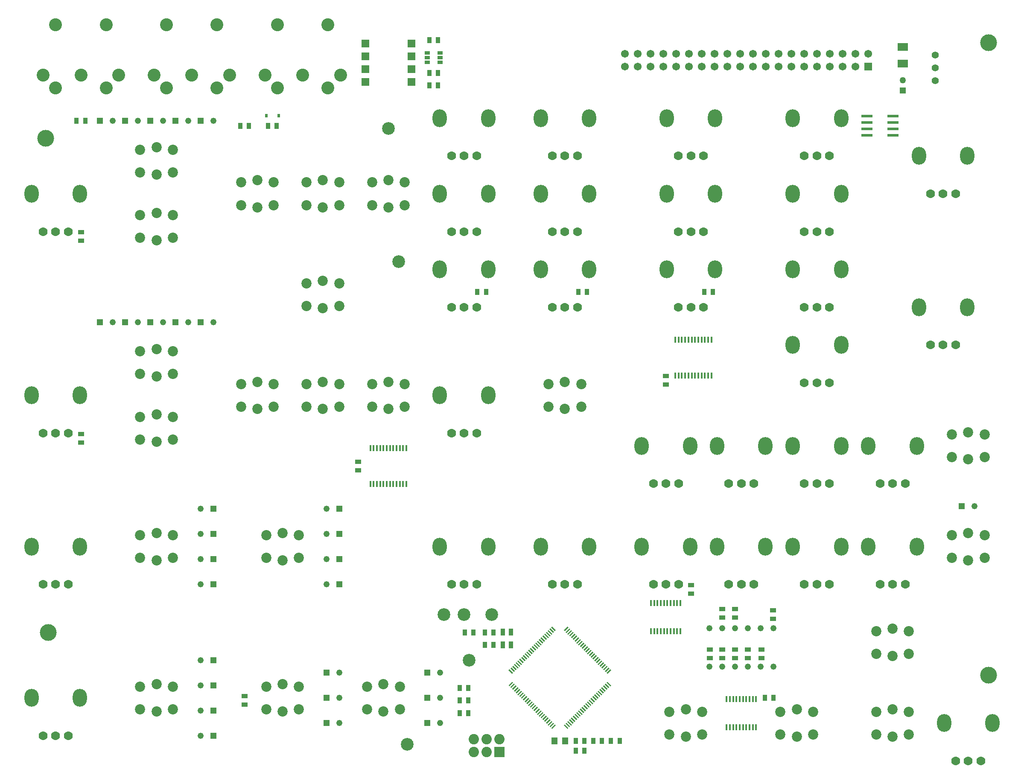
<source format=gbs>
%FSLAX46Y46*%
G04 Gerber Fmt 4.6, Leading zero omitted, Abs format (unit mm)*
G04 Created by KiCad (PCBNEW (2014-09-02 BZR 5112)-product) date 2015-02-13 10:23:51 PM*
%MOMM*%
G01*
G04 APERTURE LIST*
%ADD10C,0.500000*%
%ADD11R,1.270000X1.270000*%
%ADD12C,1.270000*%
%ADD13R,2.052000X1.544000*%
%ADD14R,0.629600X0.782000*%
%ADD15C,2.052000*%
%ADD16R,2.052000X2.052000*%
%ADD17R,1.544000X1.544000*%
%ADD18C,1.544000*%
%ADD19R,1.163000X1.417000*%
%ADD20R,1.520000X1.520000*%
%ADD21R,2.219640X0.619440*%
%ADD22R,0.426400X1.290000*%
%ADD23C,1.420000*%
%ADD24R,0.401000X1.290000*%
%ADD25R,1.020760X0.721040*%
%ADD26R,0.920000X1.420000*%
%ADD27C,2.520000*%
%ADD28C,3.322000*%
%ADD29C,2.020000*%
%ADD30R,0.832800X1.163000*%
%ADD31R,1.163000X0.832800*%
%ADD32O,2.820000X3.520000*%
%ADD33C,1.770000*%
%ADD34R,1.220000X1.220000*%
%ADD35C,1.220000*%
%ADD36C,2.560000*%
G04 APERTURE END LIST*
D10*
D11*
X178000000Y-14500000D03*
D12*
X178000000Y-12500000D03*
D13*
X178000000Y-5849000D03*
X178000000Y-9151000D03*
D14*
X54244600Y-19500000D03*
X51755400Y-19500000D03*
D10*
G36*
X110776120Y-140447229D02*
X110969867Y-140253482D01*
X111702430Y-140986045D01*
X111508683Y-141179792D01*
X110776120Y-140447229D01*
X110776120Y-140447229D01*
G37*
G36*
X119253482Y-131969867D02*
X119447229Y-131776120D01*
X120179792Y-132508683D01*
X119986045Y-132702430D01*
X119253482Y-131969867D01*
X119253482Y-131969867D01*
G37*
G36*
X118894272Y-132329078D02*
X119088019Y-132135331D01*
X119820582Y-132867894D01*
X119626835Y-133061641D01*
X118894272Y-132329078D01*
X118894272Y-132329078D01*
G37*
G36*
X118553022Y-132670327D02*
X118746769Y-132476580D01*
X119479332Y-133209143D01*
X119285585Y-133402890D01*
X118553022Y-132670327D01*
X118553022Y-132670327D01*
G37*
G36*
X118193812Y-133029538D02*
X118387559Y-132835791D01*
X119120122Y-133568354D01*
X118926375Y-133762101D01*
X118193812Y-133029538D01*
X118193812Y-133029538D01*
G37*
G36*
X117834602Y-133388748D02*
X118028349Y-133195001D01*
X118760912Y-133927564D01*
X118567165Y-134121311D01*
X117834602Y-133388748D01*
X117834602Y-133388748D01*
G37*
G36*
X117493352Y-133729998D02*
X117687099Y-133536251D01*
X118419662Y-134268814D01*
X118225915Y-134462561D01*
X117493352Y-133729998D01*
X117493352Y-133729998D01*
G37*
G36*
X117134142Y-134089208D02*
X117327889Y-133895461D01*
X118060452Y-134628024D01*
X117866705Y-134821771D01*
X117134142Y-134089208D01*
X117134142Y-134089208D01*
G37*
G36*
X116774931Y-134448418D02*
X116968678Y-134254671D01*
X117701241Y-134987234D01*
X117507494Y-135180981D01*
X116774931Y-134448418D01*
X116774931Y-134448418D01*
G37*
G36*
X116433682Y-134789668D02*
X116627429Y-134595921D01*
X117359992Y-135328484D01*
X117166245Y-135522231D01*
X116433682Y-134789668D01*
X116433682Y-134789668D01*
G37*
G36*
X116074471Y-135148878D02*
X116268218Y-134955131D01*
X117000781Y-135687694D01*
X116807034Y-135881441D01*
X116074471Y-135148878D01*
X116074471Y-135148878D01*
G37*
G36*
X115715261Y-135508088D02*
X115909008Y-135314341D01*
X116641571Y-136046904D01*
X116447824Y-136240651D01*
X115715261Y-135508088D01*
X115715261Y-135508088D01*
G37*
G36*
X115356051Y-135867299D02*
X115549798Y-135673552D01*
X116282361Y-136406115D01*
X116088614Y-136599862D01*
X115356051Y-135867299D01*
X115356051Y-135867299D01*
G37*
G36*
X115014801Y-136208548D02*
X115208548Y-136014801D01*
X115941111Y-136747364D01*
X115747364Y-136941111D01*
X115014801Y-136208548D01*
X115014801Y-136208548D01*
G37*
G36*
X114655591Y-136567758D02*
X114849338Y-136374011D01*
X115581901Y-137106574D01*
X115388154Y-137300321D01*
X114655591Y-136567758D01*
X114655591Y-136567758D01*
G37*
G36*
X114296381Y-136926969D02*
X114490128Y-136733222D01*
X115222691Y-137465785D01*
X115028944Y-137659532D01*
X114296381Y-136926969D01*
X114296381Y-136926969D01*
G37*
G36*
X113955131Y-137268218D02*
X114148878Y-137074471D01*
X114881441Y-137807034D01*
X114687694Y-138000781D01*
X113955131Y-137268218D01*
X113955131Y-137268218D01*
G37*
G36*
X113595921Y-137627429D02*
X113789668Y-137433682D01*
X114522231Y-138166245D01*
X114328484Y-138359992D01*
X113595921Y-137627429D01*
X113595921Y-137627429D01*
G37*
G36*
X113236711Y-137986639D02*
X113430458Y-137792892D01*
X114163021Y-138525455D01*
X113969274Y-138719202D01*
X113236711Y-137986639D01*
X113236711Y-137986639D01*
G37*
G36*
X112895461Y-138327889D02*
X113089208Y-138134142D01*
X113821771Y-138866705D01*
X113628024Y-139060452D01*
X112895461Y-138327889D01*
X112895461Y-138327889D01*
G37*
G36*
X112536251Y-138687099D02*
X112729998Y-138493352D01*
X113462561Y-139225915D01*
X113268814Y-139419662D01*
X112536251Y-138687099D01*
X112536251Y-138687099D01*
G37*
G36*
X112177040Y-139046309D02*
X112370787Y-138852562D01*
X113103350Y-139585125D01*
X112909603Y-139778872D01*
X112177040Y-139046309D01*
X112177040Y-139046309D01*
G37*
G36*
X111835791Y-139387559D02*
X112029538Y-139193812D01*
X112762101Y-139926375D01*
X112568354Y-140120122D01*
X111835791Y-139387559D01*
X111835791Y-139387559D01*
G37*
G36*
X111476580Y-139746769D02*
X111670327Y-139553022D01*
X112402890Y-140285585D01*
X112209143Y-140479332D01*
X111476580Y-139746769D01*
X111476580Y-139746769D01*
G37*
G36*
X111117370Y-140105979D02*
X111311117Y-139912232D01*
X112043680Y-140644795D01*
X111849933Y-140838542D01*
X111117370Y-140105979D01*
X111117370Y-140105979D01*
G37*
G36*
X119253482Y-130030133D02*
X119986045Y-129297570D01*
X120179792Y-129491317D01*
X119447229Y-130223880D01*
X119253482Y-130030133D01*
X119253482Y-130030133D01*
G37*
G36*
X110776120Y-121552771D02*
X111508683Y-120820208D01*
X111702430Y-121013955D01*
X110969867Y-121746518D01*
X110776120Y-121552771D01*
X110776120Y-121552771D01*
G37*
G36*
X111135331Y-121911981D02*
X111867894Y-121179418D01*
X112061641Y-121373165D01*
X111329078Y-122105728D01*
X111135331Y-121911981D01*
X111135331Y-121911981D01*
G37*
G36*
X111476580Y-122253231D02*
X112209143Y-121520668D01*
X112402890Y-121714415D01*
X111670327Y-122446978D01*
X111476580Y-122253231D01*
X111476580Y-122253231D01*
G37*
G36*
X111835791Y-122612441D02*
X112568354Y-121879878D01*
X112762101Y-122073625D01*
X112029538Y-122806188D01*
X111835791Y-122612441D01*
X111835791Y-122612441D01*
G37*
G36*
X112195001Y-122971651D02*
X112927564Y-122239088D01*
X113121311Y-122432835D01*
X112388748Y-123165398D01*
X112195001Y-122971651D01*
X112195001Y-122971651D01*
G37*
G36*
X112536251Y-123312901D02*
X113268814Y-122580338D01*
X113462561Y-122774085D01*
X112729998Y-123506648D01*
X112536251Y-123312901D01*
X112536251Y-123312901D01*
G37*
G36*
X112895461Y-123672111D02*
X113628024Y-122939548D01*
X113821771Y-123133295D01*
X113089208Y-123865858D01*
X112895461Y-123672111D01*
X112895461Y-123672111D01*
G37*
G36*
X113254671Y-124031322D02*
X113987234Y-123298759D01*
X114180981Y-123492506D01*
X113448418Y-124225069D01*
X113254671Y-124031322D01*
X113254671Y-124031322D01*
G37*
G36*
X113595921Y-124372571D02*
X114328484Y-123640008D01*
X114522231Y-123833755D01*
X113789668Y-124566318D01*
X113595921Y-124372571D01*
X113595921Y-124372571D01*
G37*
G36*
X113955131Y-124731782D02*
X114687694Y-123999219D01*
X114881441Y-124192966D01*
X114148878Y-124925529D01*
X113955131Y-124731782D01*
X113955131Y-124731782D01*
G37*
G36*
X114314341Y-125090992D02*
X115046904Y-124358429D01*
X115240651Y-124552176D01*
X114508088Y-125284739D01*
X114314341Y-125090992D01*
X114314341Y-125090992D01*
G37*
G36*
X114673552Y-125450202D02*
X115406115Y-124717639D01*
X115599862Y-124911386D01*
X114867299Y-125643949D01*
X114673552Y-125450202D01*
X114673552Y-125450202D01*
G37*
G36*
X115014801Y-125791452D02*
X115747364Y-125058889D01*
X115941111Y-125252636D01*
X115208548Y-125985199D01*
X115014801Y-125791452D01*
X115014801Y-125791452D01*
G37*
G36*
X115374011Y-126150662D02*
X116106574Y-125418099D01*
X116300321Y-125611846D01*
X115567758Y-126344409D01*
X115374011Y-126150662D01*
X115374011Y-126150662D01*
G37*
G36*
X115733222Y-126509872D02*
X116465785Y-125777309D01*
X116659532Y-125971056D01*
X115926969Y-126703619D01*
X115733222Y-126509872D01*
X115733222Y-126509872D01*
G37*
G36*
X116074471Y-126851122D02*
X116807034Y-126118559D01*
X117000781Y-126312306D01*
X116268218Y-127044869D01*
X116074471Y-126851122D01*
X116074471Y-126851122D01*
G37*
G36*
X116433682Y-127210332D02*
X117166245Y-126477769D01*
X117359992Y-126671516D01*
X116627429Y-127404079D01*
X116433682Y-127210332D01*
X116433682Y-127210332D01*
G37*
G36*
X116792892Y-127569542D02*
X117525455Y-126836979D01*
X117719202Y-127030726D01*
X116986639Y-127763289D01*
X116792892Y-127569542D01*
X116792892Y-127569542D01*
G37*
G36*
X117134142Y-127910792D02*
X117866705Y-127178229D01*
X118060452Y-127371976D01*
X117327889Y-128104539D01*
X117134142Y-127910792D01*
X117134142Y-127910792D01*
G37*
G36*
X117493352Y-128270002D02*
X118225915Y-127537439D01*
X118419662Y-127731186D01*
X117687099Y-128463749D01*
X117493352Y-128270002D01*
X117493352Y-128270002D01*
G37*
G36*
X117852562Y-128629213D02*
X118585125Y-127896650D01*
X118778872Y-128090397D01*
X118046309Y-128822960D01*
X117852562Y-128629213D01*
X117852562Y-128629213D01*
G37*
G36*
X118193812Y-128970462D02*
X118926375Y-128237899D01*
X119120122Y-128431646D01*
X118387559Y-129164209D01*
X118193812Y-128970462D01*
X118193812Y-128970462D01*
G37*
G36*
X118553022Y-129329673D02*
X119285585Y-128597110D01*
X119479332Y-128790857D01*
X118746769Y-129523420D01*
X118553022Y-129329673D01*
X118553022Y-129329673D01*
G37*
G36*
X118912232Y-129688883D02*
X119644795Y-128956320D01*
X119838542Y-129150067D01*
X119105979Y-129882630D01*
X118912232Y-129688883D01*
X118912232Y-129688883D01*
G37*
G36*
X108297570Y-140986045D02*
X109030133Y-140253482D01*
X109223880Y-140447229D01*
X108491317Y-141179792D01*
X108297570Y-140986045D01*
X108297570Y-140986045D01*
G37*
G36*
X107938359Y-140626835D02*
X108670922Y-139894272D01*
X108864669Y-140088019D01*
X108132106Y-140820582D01*
X107938359Y-140626835D01*
X107938359Y-140626835D01*
G37*
G36*
X107597110Y-140285585D02*
X108329673Y-139553022D01*
X108523420Y-139746769D01*
X107790857Y-140479332D01*
X107597110Y-140285585D01*
X107597110Y-140285585D01*
G37*
G36*
X107237899Y-139926375D02*
X107970462Y-139193812D01*
X108164209Y-139387559D01*
X107431646Y-140120122D01*
X107237899Y-139926375D01*
X107237899Y-139926375D01*
G37*
G36*
X106878689Y-139567165D02*
X107611252Y-138834602D01*
X107804999Y-139028349D01*
X107072436Y-139760912D01*
X106878689Y-139567165D01*
X106878689Y-139567165D01*
G37*
G36*
X106537439Y-139225915D02*
X107270002Y-138493352D01*
X107463749Y-138687099D01*
X106731186Y-139419662D01*
X106537439Y-139225915D01*
X106537439Y-139225915D01*
G37*
G36*
X106178229Y-138866705D02*
X106910792Y-138134142D01*
X107104539Y-138327889D01*
X106371976Y-139060452D01*
X106178229Y-138866705D01*
X106178229Y-138866705D01*
G37*
G36*
X105819019Y-138507494D02*
X106551582Y-137774931D01*
X106745329Y-137968678D01*
X106012766Y-138701241D01*
X105819019Y-138507494D01*
X105819019Y-138507494D01*
G37*
G36*
X105477769Y-138166245D02*
X106210332Y-137433682D01*
X106404079Y-137627429D01*
X105671516Y-138359992D01*
X105477769Y-138166245D01*
X105477769Y-138166245D01*
G37*
G36*
X105118559Y-137807034D02*
X105851122Y-137074471D01*
X106044869Y-137268218D01*
X105312306Y-138000781D01*
X105118559Y-137807034D01*
X105118559Y-137807034D01*
G37*
G36*
X104759349Y-137447824D02*
X105491912Y-136715261D01*
X105685659Y-136909008D01*
X104953096Y-137641571D01*
X104759349Y-137447824D01*
X104759349Y-137447824D01*
G37*
G36*
X104400138Y-137088614D02*
X105132701Y-136356051D01*
X105326448Y-136549798D01*
X104593885Y-137282361D01*
X104400138Y-137088614D01*
X104400138Y-137088614D01*
G37*
G36*
X104058889Y-136747364D02*
X104791452Y-136014801D01*
X104985199Y-136208548D01*
X104252636Y-136941111D01*
X104058889Y-136747364D01*
X104058889Y-136747364D01*
G37*
G36*
X103699679Y-136388154D02*
X104432242Y-135655591D01*
X104625989Y-135849338D01*
X103893426Y-136581901D01*
X103699679Y-136388154D01*
X103699679Y-136388154D01*
G37*
G36*
X103340468Y-136028944D02*
X104073031Y-135296381D01*
X104266778Y-135490128D01*
X103534215Y-136222691D01*
X103340468Y-136028944D01*
X103340468Y-136028944D01*
G37*
G36*
X102999219Y-135687694D02*
X103731782Y-134955131D01*
X103925529Y-135148878D01*
X103192966Y-135881441D01*
X102999219Y-135687694D01*
X102999219Y-135687694D01*
G37*
G36*
X102640008Y-135328484D02*
X103372571Y-134595921D01*
X103566318Y-134789668D01*
X102833755Y-135522231D01*
X102640008Y-135328484D01*
X102640008Y-135328484D01*
G37*
G36*
X102280798Y-134969274D02*
X103013361Y-134236711D01*
X103207108Y-134430458D01*
X102474545Y-135163021D01*
X102280798Y-134969274D01*
X102280798Y-134969274D01*
G37*
G36*
X101939548Y-134628024D02*
X102672111Y-133895461D01*
X102865858Y-134089208D01*
X102133295Y-134821771D01*
X101939548Y-134628024D01*
X101939548Y-134628024D01*
G37*
G36*
X101580338Y-134268814D02*
X102312901Y-133536251D01*
X102506648Y-133729998D01*
X101774085Y-134462561D01*
X101580338Y-134268814D01*
X101580338Y-134268814D01*
G37*
G36*
X101221128Y-133909603D02*
X101953691Y-133177040D01*
X102147438Y-133370787D01*
X101414875Y-134103350D01*
X101221128Y-133909603D01*
X101221128Y-133909603D01*
G37*
G36*
X100879878Y-133568354D02*
X101612441Y-132835791D01*
X101806188Y-133029538D01*
X101073625Y-133762101D01*
X100879878Y-133568354D01*
X100879878Y-133568354D01*
G37*
G36*
X100520668Y-133209143D02*
X101253231Y-132476580D01*
X101446978Y-132670327D01*
X100714415Y-133402890D01*
X100520668Y-133209143D01*
X100520668Y-133209143D01*
G37*
G36*
X100161458Y-132849933D02*
X100894021Y-132117370D01*
X101087768Y-132311117D01*
X100355205Y-133043680D01*
X100161458Y-132849933D01*
X100161458Y-132849933D01*
G37*
G36*
X99820208Y-132508683D02*
X100552771Y-131776120D01*
X100746518Y-131969867D01*
X100013955Y-132702430D01*
X99820208Y-132508683D01*
X99820208Y-132508683D01*
G37*
G36*
X99820208Y-129491317D02*
X100013955Y-129297570D01*
X100746518Y-130030133D01*
X100552771Y-130223880D01*
X99820208Y-129491317D01*
X99820208Y-129491317D01*
G37*
G36*
X100179418Y-129132106D02*
X100373165Y-128938359D01*
X101105728Y-129670922D01*
X100911981Y-129864669D01*
X100179418Y-129132106D01*
X100179418Y-129132106D01*
G37*
G36*
X100520668Y-128790857D02*
X100714415Y-128597110D01*
X101446978Y-129329673D01*
X101253231Y-129523420D01*
X100520668Y-128790857D01*
X100520668Y-128790857D01*
G37*
G36*
X100879878Y-128431646D02*
X101073625Y-128237899D01*
X101806188Y-128970462D01*
X101612441Y-129164209D01*
X100879878Y-128431646D01*
X100879878Y-128431646D01*
G37*
G36*
X101239088Y-128072436D02*
X101432835Y-127878689D01*
X102165398Y-128611252D01*
X101971651Y-128804999D01*
X101239088Y-128072436D01*
X101239088Y-128072436D01*
G37*
G36*
X101580338Y-127731186D02*
X101774085Y-127537439D01*
X102506648Y-128270002D01*
X102312901Y-128463749D01*
X101580338Y-127731186D01*
X101580338Y-127731186D01*
G37*
G36*
X101939548Y-127371976D02*
X102133295Y-127178229D01*
X102865858Y-127910792D01*
X102672111Y-128104539D01*
X101939548Y-127371976D01*
X101939548Y-127371976D01*
G37*
G36*
X102298759Y-127012766D02*
X102492506Y-126819019D01*
X103225069Y-127551582D01*
X103031322Y-127745329D01*
X102298759Y-127012766D01*
X102298759Y-127012766D01*
G37*
G36*
X102640008Y-126671516D02*
X102833755Y-126477769D01*
X103566318Y-127210332D01*
X103372571Y-127404079D01*
X102640008Y-126671516D01*
X102640008Y-126671516D01*
G37*
G36*
X102999219Y-126312306D02*
X103192966Y-126118559D01*
X103925529Y-126851122D01*
X103731782Y-127044869D01*
X102999219Y-126312306D01*
X102999219Y-126312306D01*
G37*
G36*
X103358429Y-125953096D02*
X103552176Y-125759349D01*
X104284739Y-126491912D01*
X104090992Y-126685659D01*
X103358429Y-125953096D01*
X103358429Y-125953096D01*
G37*
G36*
X103717639Y-125593885D02*
X103911386Y-125400138D01*
X104643949Y-126132701D01*
X104450202Y-126326448D01*
X103717639Y-125593885D01*
X103717639Y-125593885D01*
G37*
G36*
X104058889Y-125252636D02*
X104252636Y-125058889D01*
X104985199Y-125791452D01*
X104791452Y-125985199D01*
X104058889Y-125252636D01*
X104058889Y-125252636D01*
G37*
G36*
X104418099Y-124893426D02*
X104611846Y-124699679D01*
X105344409Y-125432242D01*
X105150662Y-125625989D01*
X104418099Y-124893426D01*
X104418099Y-124893426D01*
G37*
G36*
X104777309Y-124534215D02*
X104971056Y-124340468D01*
X105703619Y-125073031D01*
X105509872Y-125266778D01*
X104777309Y-124534215D01*
X104777309Y-124534215D01*
G37*
G36*
X105118559Y-124192966D02*
X105312306Y-123999219D01*
X106044869Y-124731782D01*
X105851122Y-124925529D01*
X105118559Y-124192966D01*
X105118559Y-124192966D01*
G37*
G36*
X105477769Y-123833755D02*
X105671516Y-123640008D01*
X106404079Y-124372571D01*
X106210332Y-124566318D01*
X105477769Y-123833755D01*
X105477769Y-123833755D01*
G37*
G36*
X105836979Y-123474545D02*
X106030726Y-123280798D01*
X106763289Y-124013361D01*
X106569542Y-124207108D01*
X105836979Y-123474545D01*
X105836979Y-123474545D01*
G37*
G36*
X106178229Y-123133295D02*
X106371976Y-122939548D01*
X107104539Y-123672111D01*
X106910792Y-123865858D01*
X106178229Y-123133295D01*
X106178229Y-123133295D01*
G37*
G36*
X106537439Y-122774085D02*
X106731186Y-122580338D01*
X107463749Y-123312901D01*
X107270002Y-123506648D01*
X106537439Y-122774085D01*
X106537439Y-122774085D01*
G37*
G36*
X106896650Y-122414875D02*
X107090397Y-122221128D01*
X107822960Y-122953691D01*
X107629213Y-123147438D01*
X106896650Y-122414875D01*
X106896650Y-122414875D01*
G37*
G36*
X107237899Y-122073625D02*
X107431646Y-121879878D01*
X108164209Y-122612441D01*
X107970462Y-122806188D01*
X107237899Y-122073625D01*
X107237899Y-122073625D01*
G37*
G36*
X107597110Y-121714415D02*
X107790857Y-121520668D01*
X108523420Y-122253231D01*
X108329673Y-122446978D01*
X107597110Y-121714415D01*
X107597110Y-121714415D01*
G37*
G36*
X107956320Y-121355205D02*
X108150067Y-121161458D01*
X108882630Y-121894021D01*
X108688883Y-122087768D01*
X107956320Y-121355205D01*
X107956320Y-121355205D01*
G37*
G36*
X108297570Y-121013955D02*
X108491317Y-120820208D01*
X109223880Y-121552771D01*
X109030133Y-121746518D01*
X108297570Y-121013955D01*
X108297570Y-121013955D01*
G37*
D15*
X92960000Y-145770000D03*
X95500000Y-145770000D03*
D16*
X98040000Y-145770000D03*
D15*
X92960000Y-143230000D03*
X95500000Y-143230000D03*
X98040000Y-143230000D03*
D17*
X171130000Y-9770000D03*
D18*
X171130000Y-7230000D03*
X158430000Y-9770000D03*
X168590000Y-7230000D03*
X155890000Y-9770000D03*
X166050000Y-7230000D03*
X153350000Y-9770000D03*
X163510000Y-7230000D03*
X150810000Y-9770000D03*
X160970000Y-7230000D03*
X148270000Y-9770000D03*
X158430000Y-7230000D03*
X145730000Y-9770000D03*
X155890000Y-7230000D03*
X143190000Y-9770000D03*
X153350000Y-7230000D03*
X140650000Y-9770000D03*
X150810000Y-7230000D03*
X138110000Y-9770000D03*
X148270000Y-7230000D03*
X135570000Y-9770000D03*
X145730000Y-7230000D03*
X133030000Y-9770000D03*
X143190000Y-7230000D03*
X140650000Y-7230000D03*
X130490000Y-9770000D03*
X138110000Y-7230000D03*
X133030000Y-7230000D03*
X130490000Y-7230000D03*
X127950000Y-7230000D03*
X125410000Y-7230000D03*
X127950000Y-9770000D03*
X125410000Y-9770000D03*
X168590000Y-9770000D03*
X166050000Y-9770000D03*
X163510000Y-9770000D03*
X160970000Y-9770000D03*
X122870000Y-9770000D03*
X122870000Y-7230000D03*
X135570000Y-7230000D03*
D19*
X108920500Y-143500000D03*
X111079500Y-143500000D03*
D20*
X71428000Y-10270000D03*
X71428000Y-7730000D03*
X71428000Y-5190000D03*
X71428000Y-12810000D03*
X80572000Y-12810000D03*
X80572000Y-10270000D03*
X80572000Y-7730000D03*
X80572000Y-5190000D03*
D21*
X176098420Y-19595000D03*
X176098420Y-20865000D03*
X176098420Y-22135000D03*
X176098420Y-23405000D03*
X170901580Y-23405000D03*
X170901580Y-22135000D03*
X170901580Y-20865000D03*
X170901580Y-19595000D03*
D22*
X72409000Y-85444000D03*
X73044000Y-85444000D03*
X73704400Y-85444000D03*
X74364800Y-85444000D03*
X74999800Y-85444000D03*
X75660200Y-85444000D03*
X76320600Y-85444000D03*
X76955600Y-85444000D03*
X77616000Y-85444000D03*
X78251000Y-85444000D03*
X78911400Y-85444000D03*
X79571800Y-85444000D03*
X79597200Y-92556000D03*
X78911400Y-92556000D03*
X78251000Y-92556000D03*
X77616000Y-92556000D03*
X76955600Y-92556000D03*
X76320600Y-92556000D03*
X75660200Y-92556000D03*
X74999800Y-92556000D03*
X74364800Y-92556000D03*
X73704400Y-92556000D03*
X73044000Y-92556000D03*
X72409000Y-92556000D03*
D23*
X184500000Y-10000000D03*
X184500000Y-12540000D03*
X184500000Y-7460000D03*
D22*
X132909000Y-63944000D03*
X133544000Y-63944000D03*
X134204400Y-63944000D03*
X134864800Y-63944000D03*
X135499800Y-63944000D03*
X136160200Y-63944000D03*
X136820600Y-63944000D03*
X137455600Y-63944000D03*
X138116000Y-63944000D03*
X138751000Y-63944000D03*
X139411400Y-63944000D03*
X140071800Y-63944000D03*
X140097200Y-71056000D03*
X139411400Y-71056000D03*
X138751000Y-71056000D03*
X138116000Y-71056000D03*
X137455600Y-71056000D03*
X136820600Y-71056000D03*
X136160200Y-71056000D03*
X135499800Y-71056000D03*
X134864800Y-71056000D03*
X134204400Y-71056000D03*
X133544000Y-71056000D03*
X132909000Y-71056000D03*
D24*
X148925000Y-140800000D03*
X148275600Y-140799080D03*
X147625360Y-140799080D03*
X146975120Y-140799080D03*
X146324880Y-140799080D03*
X145674640Y-140799080D03*
X145024400Y-140799080D03*
X144374160Y-140799080D03*
X143725000Y-140800000D03*
X143075000Y-140800000D03*
X143075000Y-135200000D03*
X143724880Y-135200920D03*
X144375120Y-135200920D03*
X145025360Y-135200920D03*
X145675600Y-135200920D03*
X146325840Y-135200920D03*
X146975000Y-135200000D03*
X147625000Y-135200000D03*
X148275000Y-135200000D03*
X148925000Y-135200000D03*
X133925000Y-121800000D03*
X133275600Y-121799080D03*
X132625360Y-121799080D03*
X131975120Y-121799080D03*
X131324880Y-121799080D03*
X130674640Y-121799080D03*
X130024400Y-121799080D03*
X129374160Y-121799080D03*
X128725000Y-121800000D03*
X128075000Y-121800000D03*
X128075000Y-116200000D03*
X128724880Y-116200920D03*
X129375120Y-116200920D03*
X130025360Y-116200920D03*
X130675600Y-116200920D03*
X131325840Y-116200920D03*
X131975000Y-116200000D03*
X132625000Y-116200000D03*
X133275000Y-116200000D03*
X133925000Y-116200000D03*
D25*
X86270000Y-8952500D03*
X86270000Y-8000000D03*
X86270000Y-7047500D03*
X83730000Y-7047500D03*
X83730000Y-8000000D03*
X83730000Y-8952500D03*
D26*
X100275000Y-124525000D03*
X100275000Y-121975000D03*
X98725000Y-121975000D03*
X98725000Y-124525000D03*
D27*
X87000000Y-118500000D03*
X78000000Y-48500000D03*
X96500000Y-118500000D03*
X91000000Y-118500000D03*
X92000000Y-127500000D03*
D28*
X8000000Y-24000000D03*
X8500000Y-122000000D03*
X195000000Y-130500000D03*
X195000000Y-5000000D03*
D29*
X157000000Y-137300000D03*
X157000000Y-142700000D03*
X153750000Y-137750000D03*
X153750000Y-142250000D03*
X160250000Y-137750000D03*
X160250000Y-142250000D03*
X135000000Y-137300000D03*
X135000000Y-142700000D03*
X131750000Y-137750000D03*
X131750000Y-142250000D03*
X138250000Y-137750000D03*
X138250000Y-142250000D03*
X55000000Y-137700000D03*
X55000000Y-132300000D03*
X58250000Y-137250000D03*
X58250000Y-132750000D03*
X51750000Y-137250000D03*
X51750000Y-132750000D03*
X55000000Y-107700000D03*
X55000000Y-102300000D03*
X58250000Y-107250000D03*
X58250000Y-102750000D03*
X51750000Y-107250000D03*
X51750000Y-102750000D03*
X30000000Y-84200000D03*
X30000000Y-78800000D03*
X33250000Y-83750000D03*
X33250000Y-79250000D03*
X26750000Y-83750000D03*
X26750000Y-79250000D03*
X30000000Y-71200000D03*
X30000000Y-65800000D03*
X33250000Y-70750000D03*
X33250000Y-66250000D03*
X26750000Y-70750000D03*
X26750000Y-66250000D03*
X30000000Y-44200000D03*
X30000000Y-38800000D03*
X33250000Y-43750000D03*
X33250000Y-39250000D03*
X26750000Y-43750000D03*
X26750000Y-39250000D03*
X30000000Y-31200000D03*
X30000000Y-25800000D03*
X33250000Y-30750000D03*
X33250000Y-26250000D03*
X26750000Y-30750000D03*
X26750000Y-26250000D03*
X30000000Y-102300000D03*
X30000000Y-107700000D03*
X26750000Y-102750000D03*
X26750000Y-107250000D03*
X33250000Y-102750000D03*
X33250000Y-107250000D03*
X30000000Y-132300000D03*
X30000000Y-137700000D03*
X26750000Y-132750000D03*
X26750000Y-137250000D03*
X33250000Y-132750000D03*
X33250000Y-137250000D03*
X75000000Y-137700000D03*
X75000000Y-132300000D03*
X78250000Y-137250000D03*
X78250000Y-132750000D03*
X71750000Y-137250000D03*
X71750000Y-132750000D03*
X176000000Y-137300000D03*
X176000000Y-142700000D03*
X172750000Y-137750000D03*
X172750000Y-142250000D03*
X179250000Y-137750000D03*
X179250000Y-142250000D03*
X176000000Y-121300000D03*
X176000000Y-126700000D03*
X172750000Y-121750000D03*
X172750000Y-126250000D03*
X179250000Y-121750000D03*
X179250000Y-126250000D03*
X191000000Y-82300000D03*
X191000000Y-87700000D03*
X187750000Y-82750000D03*
X187750000Y-87250000D03*
X194250000Y-82750000D03*
X194250000Y-87250000D03*
X111000000Y-72300000D03*
X111000000Y-77700000D03*
X107750000Y-72750000D03*
X107750000Y-77250000D03*
X114250000Y-72750000D03*
X114250000Y-77250000D03*
X76000000Y-72300000D03*
X76000000Y-77700000D03*
X72750000Y-72750000D03*
X72750000Y-77250000D03*
X79250000Y-72750000D03*
X79250000Y-77250000D03*
X63000000Y-72300000D03*
X63000000Y-77700000D03*
X59750000Y-72750000D03*
X59750000Y-77250000D03*
X66250000Y-72750000D03*
X66250000Y-77250000D03*
X50000000Y-72300000D03*
X50000000Y-77700000D03*
X46750000Y-72750000D03*
X46750000Y-77250000D03*
X53250000Y-72750000D03*
X53250000Y-77250000D03*
X63000000Y-52300000D03*
X63000000Y-57700000D03*
X59750000Y-52750000D03*
X59750000Y-57250000D03*
X66250000Y-52750000D03*
X66250000Y-57250000D03*
X76000000Y-32300000D03*
X76000000Y-37700000D03*
X72750000Y-32750000D03*
X72750000Y-37250000D03*
X79250000Y-32750000D03*
X79250000Y-37250000D03*
X63000000Y-32300000D03*
X63000000Y-37700000D03*
X59750000Y-32750000D03*
X59750000Y-37250000D03*
X66250000Y-32750000D03*
X66250000Y-37250000D03*
X50000000Y-32300000D03*
X50000000Y-37700000D03*
X46750000Y-32750000D03*
X46750000Y-37250000D03*
X53250000Y-32750000D03*
X53250000Y-37250000D03*
X191000000Y-102300000D03*
X191000000Y-107700000D03*
X187750000Y-102750000D03*
X187750000Y-107250000D03*
X194250000Y-102750000D03*
X194250000Y-107250000D03*
D30*
X114850900Y-143500000D03*
X113149100Y-143500000D03*
X95149100Y-124500000D03*
X96850900Y-124500000D03*
X95149100Y-122000000D03*
X96850900Y-122000000D03*
D31*
X70000000Y-89850900D03*
X70000000Y-88149100D03*
D30*
X113149100Y-145500000D03*
X114850900Y-145500000D03*
D31*
X15000000Y-42649100D03*
X15000000Y-44350900D03*
X131000000Y-71149100D03*
X131000000Y-72850900D03*
X136000000Y-114350900D03*
X136000000Y-112649100D03*
D30*
X150649100Y-135000000D03*
X152350900Y-135000000D03*
X84149100Y-13500000D03*
X85850900Y-13500000D03*
X93649100Y-54500000D03*
X95350900Y-54500000D03*
X138649100Y-54500000D03*
X140350900Y-54500000D03*
X113649100Y-54500000D03*
X115350900Y-54500000D03*
D31*
X15000000Y-82649100D03*
X15000000Y-84350900D03*
X47500000Y-134649100D03*
X47500000Y-136350900D03*
D30*
X91149100Y-122000000D03*
X92850900Y-122000000D03*
X118350900Y-143500000D03*
X116649100Y-143500000D03*
X121850900Y-143500000D03*
X120149100Y-143500000D03*
X52149100Y-21500000D03*
X53850900Y-21500000D03*
X14149100Y-20500000D03*
X15850900Y-20500000D03*
D31*
X142250000Y-119100900D03*
X142250000Y-117399100D03*
X152250000Y-119350900D03*
X152250000Y-117649100D03*
X147250000Y-127100900D03*
X147250000Y-125399100D03*
X142250000Y-127100900D03*
X142250000Y-125399100D03*
D30*
X84149100Y-4500000D03*
X85850900Y-4500000D03*
D31*
X139750000Y-127100900D03*
X139750000Y-125399100D03*
X144750000Y-119100900D03*
X144750000Y-117399100D03*
X150000000Y-127100900D03*
X150000000Y-125399100D03*
X144750000Y-127100900D03*
X144750000Y-125399100D03*
D30*
X84149100Y-11000000D03*
X85850900Y-11000000D03*
X48350900Y-21500000D03*
X46649100Y-21500000D03*
X90149100Y-138000000D03*
X91850900Y-138000000D03*
X90149100Y-135500000D03*
X91850900Y-135500000D03*
X90149100Y-133000000D03*
X91850900Y-133000000D03*
D32*
X195800000Y-140000000D03*
X186200000Y-140000000D03*
D33*
X193500000Y-147500000D03*
X191000000Y-147500000D03*
X188500000Y-147500000D03*
D32*
X180800000Y-105000000D03*
X171200000Y-105000000D03*
D33*
X178500000Y-112500000D03*
X176000000Y-112500000D03*
X173500000Y-112500000D03*
D32*
X165800000Y-105000000D03*
X156200000Y-105000000D03*
D33*
X163500000Y-112500000D03*
X161000000Y-112500000D03*
X158500000Y-112500000D03*
D32*
X150800000Y-105000000D03*
X141200000Y-105000000D03*
D33*
X148500000Y-112500000D03*
X146000000Y-112500000D03*
X143500000Y-112500000D03*
D32*
X135850000Y-105000000D03*
X126250000Y-105000000D03*
D33*
X133550000Y-112500000D03*
X131050000Y-112500000D03*
X128550000Y-112500000D03*
D32*
X115800000Y-105000000D03*
X106200000Y-105000000D03*
D33*
X113500000Y-112500000D03*
X111000000Y-112500000D03*
X108500000Y-112500000D03*
D32*
X95800000Y-105000000D03*
X86200000Y-105000000D03*
D33*
X93500000Y-112500000D03*
X91000000Y-112500000D03*
X88500000Y-112500000D03*
D32*
X14800000Y-135000000D03*
X5200000Y-135000000D03*
D33*
X12500000Y-142500000D03*
X10000000Y-142500000D03*
X7500000Y-142500000D03*
D32*
X14800000Y-105000000D03*
X5200000Y-105000000D03*
D33*
X12500000Y-112500000D03*
X10000000Y-112500000D03*
X7500000Y-112500000D03*
D32*
X180800000Y-85000000D03*
X171200000Y-85000000D03*
D33*
X178500000Y-92500000D03*
X176000000Y-92500000D03*
X173500000Y-92500000D03*
D32*
X165800000Y-85000000D03*
X156200000Y-85000000D03*
D33*
X163500000Y-92500000D03*
X161000000Y-92500000D03*
X158500000Y-92500000D03*
D32*
X150800000Y-85000000D03*
X141200000Y-85000000D03*
D33*
X148500000Y-92500000D03*
X146000000Y-92500000D03*
X143500000Y-92500000D03*
D32*
X135850000Y-85000000D03*
X126250000Y-85000000D03*
D33*
X133550000Y-92500000D03*
X131050000Y-92500000D03*
X128550000Y-92500000D03*
D32*
X190800000Y-57500000D03*
X181200000Y-57500000D03*
D33*
X188500000Y-65000000D03*
X186000000Y-65000000D03*
X183500000Y-65000000D03*
D32*
X190800000Y-27500000D03*
X181200000Y-27500000D03*
D33*
X188500000Y-35000000D03*
X186000000Y-35000000D03*
X183500000Y-35000000D03*
D32*
X165800000Y-65000000D03*
X156200000Y-65000000D03*
D33*
X163500000Y-72500000D03*
X161000000Y-72500000D03*
X158500000Y-72500000D03*
D32*
X165800000Y-50000000D03*
X156200000Y-50000000D03*
D33*
X163500000Y-57500000D03*
X161000000Y-57500000D03*
X158500000Y-57500000D03*
D32*
X165800000Y-35000000D03*
X156200000Y-35000000D03*
D33*
X163500000Y-42500000D03*
X161000000Y-42500000D03*
X158500000Y-42500000D03*
D32*
X165800000Y-20000000D03*
X156200000Y-20000000D03*
D33*
X163500000Y-27500000D03*
X161000000Y-27500000D03*
X158500000Y-27500000D03*
D32*
X140800000Y-50000000D03*
X131200000Y-50000000D03*
D33*
X138500000Y-57500000D03*
X136000000Y-57500000D03*
X133500000Y-57500000D03*
D32*
X140800000Y-35000000D03*
X131200000Y-35000000D03*
D33*
X138500000Y-42500000D03*
X136000000Y-42500000D03*
X133500000Y-42500000D03*
D32*
X140800000Y-20000000D03*
X131200000Y-20000000D03*
D33*
X138500000Y-27500000D03*
X136000000Y-27500000D03*
X133500000Y-27500000D03*
D32*
X95800000Y-75000000D03*
X86200000Y-75000000D03*
D33*
X93500000Y-82500000D03*
X91000000Y-82500000D03*
X88500000Y-82500000D03*
D32*
X14800000Y-75000000D03*
X5200000Y-75000000D03*
D33*
X12500000Y-82500000D03*
X10000000Y-82500000D03*
X7500000Y-82500000D03*
D32*
X115800000Y-50000000D03*
X106200000Y-50000000D03*
D33*
X113500000Y-57500000D03*
X111000000Y-57500000D03*
X108500000Y-57500000D03*
D32*
X115800000Y-35000000D03*
X106200000Y-35000000D03*
D33*
X113500000Y-42500000D03*
X111000000Y-42500000D03*
X108500000Y-42500000D03*
D32*
X115800000Y-20000000D03*
X106200000Y-20000000D03*
D33*
X113500000Y-27500000D03*
X111000000Y-27500000D03*
X108500000Y-27500000D03*
D32*
X95800000Y-50000000D03*
X86200000Y-50000000D03*
D33*
X93500000Y-57500000D03*
X91000000Y-57500000D03*
X88500000Y-57500000D03*
D32*
X95800000Y-35000000D03*
X86200000Y-35000000D03*
D33*
X93500000Y-42500000D03*
X91000000Y-42500000D03*
X88500000Y-42500000D03*
D32*
X95800000Y-20000000D03*
X86200000Y-20000000D03*
D33*
X93500000Y-27500000D03*
X91000000Y-27500000D03*
X88500000Y-27500000D03*
D32*
X14800000Y-35000000D03*
X5200000Y-35000000D03*
D33*
X12500000Y-42500000D03*
X10000000Y-42500000D03*
X7500000Y-42500000D03*
D34*
X18730000Y-20500000D03*
D35*
X21270000Y-20500000D03*
D34*
X23730000Y-20500000D03*
D35*
X26270000Y-20500000D03*
D34*
X28730000Y-20500000D03*
D35*
X31270000Y-20500000D03*
D34*
X33730000Y-20500000D03*
D35*
X36270000Y-20500000D03*
D34*
X38730000Y-20500000D03*
D35*
X41270000Y-20500000D03*
D34*
X18730000Y-60500000D03*
D35*
X21270000Y-60500000D03*
D34*
X23730000Y-60500000D03*
D35*
X26270000Y-60500000D03*
D34*
X28730000Y-60500000D03*
D35*
X31270000Y-60500000D03*
D34*
X33730000Y-60500000D03*
D35*
X36270000Y-60500000D03*
D34*
X38730000Y-60500000D03*
D35*
X41270000Y-60500000D03*
D34*
X41270000Y-97500000D03*
D35*
X38730000Y-97500000D03*
D34*
X41270000Y-102500000D03*
D35*
X38730000Y-102500000D03*
D34*
X41270000Y-107500000D03*
D35*
X38730000Y-107500000D03*
D34*
X41270000Y-112500000D03*
D35*
X38730000Y-112500000D03*
D34*
X66270000Y-97500000D03*
D35*
X63730000Y-97500000D03*
D34*
X66270000Y-102500000D03*
D35*
X63730000Y-102500000D03*
D34*
X66270000Y-107500000D03*
D35*
X63730000Y-107500000D03*
D34*
X66270000Y-112500000D03*
D35*
X63730000Y-112500000D03*
D34*
X41270000Y-127500000D03*
D35*
X38730000Y-127500000D03*
D34*
X41270000Y-132500000D03*
D35*
X38730000Y-132500000D03*
D34*
X41270000Y-137500000D03*
D35*
X38730000Y-137500000D03*
D34*
X41270000Y-142500000D03*
D35*
X38730000Y-142500000D03*
D34*
X63730000Y-130000000D03*
D35*
X66270000Y-130000000D03*
D34*
X63730000Y-135000000D03*
D35*
X66270000Y-135000000D03*
D34*
X63730000Y-140000000D03*
D35*
X66270000Y-140000000D03*
D34*
X83730000Y-130000000D03*
D35*
X86270000Y-130000000D03*
D34*
X83730000Y-135000000D03*
D35*
X86270000Y-135000000D03*
D34*
X83730000Y-140000000D03*
D35*
X86270000Y-140000000D03*
D34*
X189730000Y-97000000D03*
D35*
X192270000Y-97000000D03*
D36*
X37000000Y-11500000D03*
X44500000Y-11500000D03*
X29500000Y-11500000D03*
X32000000Y-14000000D03*
X42000000Y-14000000D03*
X32000000Y-1500000D03*
X42000000Y-1500000D03*
X59000000Y-11500000D03*
X66500000Y-11500000D03*
X51500000Y-11500000D03*
X54000000Y-14000000D03*
X64000000Y-14000000D03*
X54000000Y-1500000D03*
X64000000Y-1500000D03*
X15000000Y-11500000D03*
X22500000Y-11500000D03*
X7500000Y-11500000D03*
X10000000Y-14000000D03*
X20000000Y-14000000D03*
X10000000Y-1500000D03*
X20000000Y-1500000D03*
D35*
X139650000Y-128810000D03*
X142190000Y-128810000D03*
X144730000Y-128810000D03*
X147270000Y-128810000D03*
X149810000Y-128810000D03*
X152350000Y-128810000D03*
X152350000Y-121190000D03*
X149810000Y-121190000D03*
X147270000Y-121190000D03*
X144730000Y-121190000D03*
X142190000Y-121190000D03*
X139650000Y-121190000D03*
D27*
X79750000Y-144250000D03*
X76000000Y-22000000D03*
M02*

</source>
